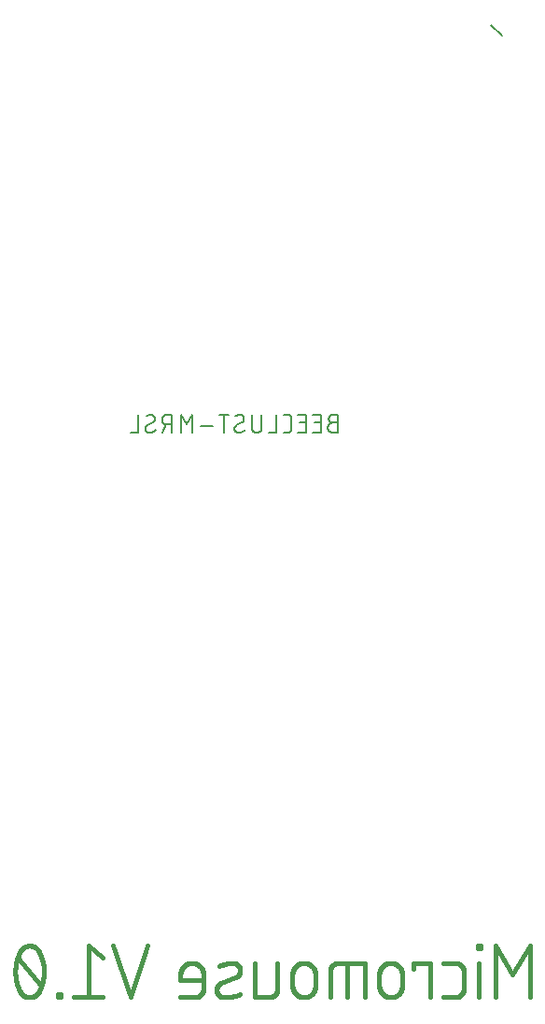
<source format=gbr>
G04 EAGLE Gerber RS-274X export*
G75*
%MOMM*%
%FSLAX34Y34*%
%LPD*%
%INSilkscreen Bottom*%
%IPPOS*%
%AMOC8*
5,1,8,0,0,1.08239X$1,22.5*%
G01*
%ADD10C,0.152400*%
%ADD11C,0.406400*%


D10*
X1030000Y1150000D02*
X1040000Y1140000D01*
D11*
X1064768Y315468D02*
X1064768Y268732D01*
X1049189Y289504D02*
X1064768Y315468D01*
X1049189Y289504D02*
X1033611Y315468D01*
X1033611Y268732D01*
X1018709Y268732D02*
X1018709Y299889D01*
X1020008Y312872D02*
X1020008Y315468D01*
X1017411Y315468D01*
X1017411Y312872D01*
X1020008Y312872D01*
X997187Y268732D02*
X986801Y268732D01*
X997187Y268732D02*
X997375Y268734D01*
X997563Y268741D01*
X997751Y268752D01*
X997939Y268768D01*
X998126Y268789D01*
X998312Y268814D01*
X998498Y268843D01*
X998683Y268877D01*
X998868Y268916D01*
X999051Y268958D01*
X999233Y269006D01*
X999414Y269057D01*
X999594Y269113D01*
X999772Y269174D01*
X999949Y269238D01*
X1000124Y269307D01*
X1000298Y269380D01*
X1000469Y269457D01*
X1000639Y269539D01*
X1000807Y269624D01*
X1000972Y269714D01*
X1001136Y269807D01*
X1001297Y269904D01*
X1001455Y270006D01*
X1001612Y270111D01*
X1001765Y270220D01*
X1001916Y270332D01*
X1002064Y270448D01*
X1002210Y270568D01*
X1002352Y270691D01*
X1002491Y270817D01*
X1002628Y270947D01*
X1002761Y271080D01*
X1002891Y271217D01*
X1003017Y271356D01*
X1003140Y271498D01*
X1003260Y271644D01*
X1003376Y271792D01*
X1003488Y271943D01*
X1003597Y272096D01*
X1003702Y272253D01*
X1003804Y272411D01*
X1003901Y272572D01*
X1003994Y272736D01*
X1004084Y272901D01*
X1004169Y273069D01*
X1004251Y273239D01*
X1004328Y273410D01*
X1004401Y273584D01*
X1004470Y273759D01*
X1004534Y273936D01*
X1004595Y274114D01*
X1004651Y274294D01*
X1004702Y274475D01*
X1004750Y274657D01*
X1004792Y274840D01*
X1004831Y275025D01*
X1004865Y275210D01*
X1004894Y275396D01*
X1004919Y275582D01*
X1004940Y275769D01*
X1004956Y275957D01*
X1004967Y276145D01*
X1004974Y276333D01*
X1004976Y276521D01*
X1004976Y292100D01*
X1004974Y292288D01*
X1004967Y292476D01*
X1004956Y292664D01*
X1004940Y292852D01*
X1004919Y293039D01*
X1004894Y293225D01*
X1004865Y293411D01*
X1004831Y293596D01*
X1004792Y293781D01*
X1004750Y293964D01*
X1004702Y294146D01*
X1004651Y294327D01*
X1004595Y294507D01*
X1004534Y294685D01*
X1004470Y294862D01*
X1004401Y295037D01*
X1004328Y295211D01*
X1004251Y295382D01*
X1004169Y295552D01*
X1004084Y295720D01*
X1003994Y295885D01*
X1003901Y296049D01*
X1003804Y296210D01*
X1003702Y296368D01*
X1003597Y296525D01*
X1003488Y296678D01*
X1003376Y296829D01*
X1003260Y296977D01*
X1003140Y297123D01*
X1003017Y297265D01*
X1002891Y297404D01*
X1002761Y297541D01*
X1002628Y297674D01*
X1002491Y297804D01*
X1002352Y297930D01*
X1002210Y298053D01*
X1002064Y298173D01*
X1001916Y298289D01*
X1001765Y298401D01*
X1001612Y298510D01*
X1001455Y298615D01*
X1001297Y298717D01*
X1001136Y298814D01*
X1000972Y298907D01*
X1000807Y298997D01*
X1000639Y299082D01*
X1000469Y299164D01*
X1000298Y299241D01*
X1000124Y299314D01*
X999949Y299383D01*
X999772Y299447D01*
X999594Y299508D01*
X999414Y299564D01*
X999233Y299615D01*
X999051Y299663D01*
X998868Y299705D01*
X998683Y299744D01*
X998498Y299778D01*
X998312Y299807D01*
X998126Y299832D01*
X997939Y299853D01*
X997751Y299869D01*
X997563Y299880D01*
X997375Y299887D01*
X997187Y299889D01*
X986801Y299889D01*
X974530Y299889D02*
X974530Y268732D01*
X974530Y299889D02*
X958952Y299889D01*
X958952Y294696D01*
X949085Y289504D02*
X949085Y279118D01*
X949085Y289504D02*
X949082Y289757D01*
X949073Y290010D01*
X949057Y290262D01*
X949036Y290514D01*
X949008Y290766D01*
X948974Y291016D01*
X948934Y291266D01*
X948889Y291515D01*
X948837Y291762D01*
X948779Y292008D01*
X948715Y292253D01*
X948645Y292496D01*
X948569Y292737D01*
X948487Y292977D01*
X948400Y293214D01*
X948306Y293449D01*
X948208Y293682D01*
X948103Y293912D01*
X947993Y294140D01*
X947877Y294365D01*
X947756Y294587D01*
X947630Y294806D01*
X947498Y295022D01*
X947361Y295235D01*
X947219Y295444D01*
X947072Y295650D01*
X946919Y295852D01*
X946762Y296050D01*
X946601Y296244D01*
X946434Y296435D01*
X946263Y296621D01*
X946088Y296803D01*
X945908Y296981D01*
X945723Y297154D01*
X945535Y297323D01*
X945343Y297487D01*
X945146Y297647D01*
X944946Y297801D01*
X944742Y297951D01*
X944535Y298095D01*
X944324Y298235D01*
X944109Y298369D01*
X943892Y298499D01*
X943671Y298622D01*
X943448Y298741D01*
X943222Y298854D01*
X942993Y298961D01*
X942761Y299063D01*
X942527Y299159D01*
X942291Y299249D01*
X942052Y299334D01*
X941812Y299412D01*
X941570Y299485D01*
X941326Y299552D01*
X941081Y299613D01*
X940834Y299668D01*
X940585Y299717D01*
X940336Y299760D01*
X940086Y299797D01*
X939835Y299828D01*
X939583Y299852D01*
X939331Y299871D01*
X939078Y299883D01*
X938825Y299889D01*
X938573Y299889D01*
X938320Y299883D01*
X938067Y299871D01*
X937815Y299852D01*
X937563Y299828D01*
X937312Y299797D01*
X937062Y299760D01*
X936813Y299717D01*
X936564Y299668D01*
X936317Y299613D01*
X936072Y299552D01*
X935828Y299485D01*
X935586Y299412D01*
X935346Y299334D01*
X935107Y299249D01*
X934871Y299159D01*
X934637Y299063D01*
X934405Y298961D01*
X934176Y298854D01*
X933950Y298741D01*
X933727Y298622D01*
X933506Y298499D01*
X933289Y298369D01*
X933074Y298235D01*
X932863Y298095D01*
X932656Y297951D01*
X932452Y297801D01*
X932252Y297647D01*
X932055Y297487D01*
X931863Y297323D01*
X931675Y297154D01*
X931490Y296981D01*
X931310Y296803D01*
X931135Y296621D01*
X930964Y296435D01*
X930797Y296244D01*
X930636Y296050D01*
X930479Y295852D01*
X930326Y295650D01*
X930179Y295444D01*
X930037Y295235D01*
X929900Y295022D01*
X929768Y294806D01*
X929642Y294587D01*
X929521Y294365D01*
X929405Y294140D01*
X929295Y293912D01*
X929190Y293682D01*
X929092Y293449D01*
X928998Y293214D01*
X928911Y292977D01*
X928829Y292737D01*
X928753Y292496D01*
X928683Y292253D01*
X928619Y292008D01*
X928561Y291762D01*
X928509Y291515D01*
X928464Y291266D01*
X928424Y291016D01*
X928390Y290766D01*
X928362Y290514D01*
X928341Y290262D01*
X928325Y290010D01*
X928316Y289757D01*
X928313Y289504D01*
X928314Y289504D02*
X928314Y279118D01*
X928313Y279118D02*
X928316Y278865D01*
X928325Y278612D01*
X928341Y278360D01*
X928362Y278108D01*
X928390Y277856D01*
X928424Y277606D01*
X928464Y277356D01*
X928509Y277107D01*
X928561Y276860D01*
X928619Y276614D01*
X928683Y276369D01*
X928753Y276126D01*
X928829Y275885D01*
X928911Y275645D01*
X928998Y275408D01*
X929092Y275173D01*
X929190Y274940D01*
X929295Y274710D01*
X929405Y274482D01*
X929521Y274257D01*
X929642Y274035D01*
X929768Y273816D01*
X929900Y273600D01*
X930037Y273387D01*
X930179Y273178D01*
X930326Y272972D01*
X930479Y272770D01*
X930636Y272572D01*
X930797Y272378D01*
X930964Y272187D01*
X931135Y272001D01*
X931310Y271819D01*
X931490Y271641D01*
X931675Y271468D01*
X931863Y271299D01*
X932055Y271135D01*
X932252Y270975D01*
X932452Y270821D01*
X932656Y270671D01*
X932863Y270527D01*
X933074Y270387D01*
X933289Y270253D01*
X933506Y270123D01*
X933727Y270000D01*
X933950Y269881D01*
X934176Y269768D01*
X934405Y269661D01*
X934637Y269559D01*
X934871Y269463D01*
X935107Y269373D01*
X935346Y269288D01*
X935586Y269210D01*
X935828Y269137D01*
X936072Y269070D01*
X936317Y269009D01*
X936564Y268954D01*
X936813Y268905D01*
X937062Y268862D01*
X937312Y268825D01*
X937563Y268794D01*
X937815Y268770D01*
X938067Y268751D01*
X938320Y268739D01*
X938573Y268733D01*
X938825Y268733D01*
X939078Y268739D01*
X939331Y268751D01*
X939583Y268770D01*
X939835Y268794D01*
X940086Y268825D01*
X940336Y268862D01*
X940585Y268905D01*
X940834Y268954D01*
X941081Y269009D01*
X941326Y269070D01*
X941570Y269137D01*
X941812Y269210D01*
X942052Y269288D01*
X942291Y269373D01*
X942527Y269463D01*
X942761Y269559D01*
X942993Y269661D01*
X943222Y269768D01*
X943448Y269881D01*
X943671Y270000D01*
X943892Y270123D01*
X944109Y270253D01*
X944324Y270387D01*
X944535Y270527D01*
X944742Y270671D01*
X944946Y270821D01*
X945146Y270975D01*
X945343Y271135D01*
X945535Y271299D01*
X945723Y271468D01*
X945908Y271641D01*
X946088Y271819D01*
X946263Y272001D01*
X946434Y272187D01*
X946601Y272378D01*
X946762Y272572D01*
X946919Y272770D01*
X947072Y272972D01*
X947219Y273178D01*
X947361Y273387D01*
X947498Y273600D01*
X947630Y273816D01*
X947756Y274035D01*
X947877Y274257D01*
X947993Y274482D01*
X948103Y274710D01*
X948208Y274940D01*
X948306Y275173D01*
X948400Y275408D01*
X948487Y275645D01*
X948569Y275885D01*
X948645Y276126D01*
X948715Y276369D01*
X948779Y276614D01*
X948837Y276860D01*
X948889Y277107D01*
X948934Y277356D01*
X948974Y277606D01*
X949008Y277856D01*
X949036Y278108D01*
X949057Y278360D01*
X949073Y278612D01*
X949082Y278865D01*
X949085Y279118D01*
X914908Y268732D02*
X914908Y299889D01*
X891540Y299889D01*
X891352Y299887D01*
X891164Y299880D01*
X890976Y299869D01*
X890788Y299853D01*
X890601Y299832D01*
X890415Y299807D01*
X890229Y299778D01*
X890044Y299744D01*
X889859Y299705D01*
X889676Y299663D01*
X889494Y299615D01*
X889313Y299564D01*
X889133Y299508D01*
X888955Y299447D01*
X888778Y299383D01*
X888603Y299314D01*
X888429Y299241D01*
X888258Y299164D01*
X888088Y299082D01*
X887920Y298997D01*
X887755Y298907D01*
X887591Y298814D01*
X887430Y298717D01*
X887272Y298615D01*
X887115Y298510D01*
X886962Y298401D01*
X886811Y298289D01*
X886663Y298173D01*
X886517Y298053D01*
X886375Y297930D01*
X886236Y297804D01*
X886099Y297674D01*
X885966Y297541D01*
X885836Y297404D01*
X885710Y297265D01*
X885587Y297123D01*
X885467Y296977D01*
X885351Y296829D01*
X885239Y296678D01*
X885130Y296525D01*
X885025Y296368D01*
X884923Y296210D01*
X884826Y296049D01*
X884733Y295885D01*
X884643Y295720D01*
X884558Y295552D01*
X884476Y295382D01*
X884399Y295211D01*
X884326Y295037D01*
X884257Y294862D01*
X884193Y294685D01*
X884132Y294507D01*
X884076Y294327D01*
X884025Y294146D01*
X883977Y293964D01*
X883935Y293781D01*
X883896Y293596D01*
X883862Y293411D01*
X883833Y293225D01*
X883808Y293039D01*
X883787Y292852D01*
X883771Y292664D01*
X883760Y292476D01*
X883753Y292288D01*
X883751Y292100D01*
X883751Y268732D01*
X899329Y268732D02*
X899329Y299889D01*
X870345Y289504D02*
X870345Y279118D01*
X870345Y289504D02*
X870342Y289757D01*
X870333Y290010D01*
X870317Y290262D01*
X870296Y290514D01*
X870268Y290766D01*
X870234Y291016D01*
X870194Y291266D01*
X870149Y291515D01*
X870097Y291762D01*
X870039Y292008D01*
X869975Y292253D01*
X869905Y292496D01*
X869829Y292737D01*
X869747Y292977D01*
X869660Y293214D01*
X869566Y293449D01*
X869468Y293682D01*
X869363Y293912D01*
X869253Y294140D01*
X869137Y294365D01*
X869016Y294587D01*
X868890Y294806D01*
X868758Y295022D01*
X868621Y295235D01*
X868479Y295444D01*
X868332Y295650D01*
X868179Y295852D01*
X868022Y296050D01*
X867861Y296244D01*
X867694Y296435D01*
X867523Y296621D01*
X867348Y296803D01*
X867168Y296981D01*
X866983Y297154D01*
X866795Y297323D01*
X866603Y297487D01*
X866406Y297647D01*
X866206Y297801D01*
X866002Y297951D01*
X865795Y298095D01*
X865584Y298235D01*
X865369Y298369D01*
X865152Y298499D01*
X864931Y298622D01*
X864708Y298741D01*
X864482Y298854D01*
X864253Y298961D01*
X864021Y299063D01*
X863787Y299159D01*
X863551Y299249D01*
X863312Y299334D01*
X863072Y299412D01*
X862830Y299485D01*
X862586Y299552D01*
X862341Y299613D01*
X862094Y299668D01*
X861845Y299717D01*
X861596Y299760D01*
X861346Y299797D01*
X861095Y299828D01*
X860843Y299852D01*
X860591Y299871D01*
X860338Y299883D01*
X860085Y299889D01*
X859833Y299889D01*
X859580Y299883D01*
X859327Y299871D01*
X859075Y299852D01*
X858823Y299828D01*
X858572Y299797D01*
X858322Y299760D01*
X858073Y299717D01*
X857824Y299668D01*
X857577Y299613D01*
X857332Y299552D01*
X857088Y299485D01*
X856846Y299412D01*
X856606Y299334D01*
X856367Y299249D01*
X856131Y299159D01*
X855897Y299063D01*
X855665Y298961D01*
X855436Y298854D01*
X855210Y298741D01*
X854987Y298622D01*
X854766Y298499D01*
X854549Y298369D01*
X854334Y298235D01*
X854123Y298095D01*
X853916Y297951D01*
X853712Y297801D01*
X853512Y297647D01*
X853315Y297487D01*
X853123Y297323D01*
X852935Y297154D01*
X852750Y296981D01*
X852570Y296803D01*
X852395Y296621D01*
X852224Y296435D01*
X852057Y296244D01*
X851896Y296050D01*
X851739Y295852D01*
X851586Y295650D01*
X851439Y295444D01*
X851297Y295235D01*
X851160Y295022D01*
X851028Y294806D01*
X850902Y294587D01*
X850781Y294365D01*
X850665Y294140D01*
X850555Y293912D01*
X850450Y293682D01*
X850352Y293449D01*
X850258Y293214D01*
X850171Y292977D01*
X850089Y292737D01*
X850013Y292496D01*
X849943Y292253D01*
X849879Y292008D01*
X849821Y291762D01*
X849769Y291515D01*
X849724Y291266D01*
X849684Y291016D01*
X849650Y290766D01*
X849622Y290514D01*
X849601Y290262D01*
X849585Y290010D01*
X849576Y289757D01*
X849573Y289504D01*
X849574Y289504D02*
X849574Y279118D01*
X849573Y279118D02*
X849576Y278865D01*
X849585Y278612D01*
X849601Y278360D01*
X849622Y278108D01*
X849650Y277856D01*
X849684Y277606D01*
X849724Y277356D01*
X849769Y277107D01*
X849821Y276860D01*
X849879Y276614D01*
X849943Y276369D01*
X850013Y276126D01*
X850089Y275885D01*
X850171Y275645D01*
X850258Y275408D01*
X850352Y275173D01*
X850450Y274940D01*
X850555Y274710D01*
X850665Y274482D01*
X850781Y274257D01*
X850902Y274035D01*
X851028Y273816D01*
X851160Y273600D01*
X851297Y273387D01*
X851439Y273178D01*
X851586Y272972D01*
X851739Y272770D01*
X851896Y272572D01*
X852057Y272378D01*
X852224Y272187D01*
X852395Y272001D01*
X852570Y271819D01*
X852750Y271641D01*
X852935Y271468D01*
X853123Y271299D01*
X853315Y271135D01*
X853512Y270975D01*
X853712Y270821D01*
X853916Y270671D01*
X854123Y270527D01*
X854334Y270387D01*
X854549Y270253D01*
X854766Y270123D01*
X854987Y270000D01*
X855210Y269881D01*
X855436Y269768D01*
X855665Y269661D01*
X855897Y269559D01*
X856131Y269463D01*
X856367Y269373D01*
X856606Y269288D01*
X856846Y269210D01*
X857088Y269137D01*
X857332Y269070D01*
X857577Y269009D01*
X857824Y268954D01*
X858073Y268905D01*
X858322Y268862D01*
X858572Y268825D01*
X858823Y268794D01*
X859075Y268770D01*
X859327Y268751D01*
X859580Y268739D01*
X859833Y268733D01*
X860085Y268733D01*
X860338Y268739D01*
X860591Y268751D01*
X860843Y268770D01*
X861095Y268794D01*
X861346Y268825D01*
X861596Y268862D01*
X861845Y268905D01*
X862094Y268954D01*
X862341Y269009D01*
X862586Y269070D01*
X862830Y269137D01*
X863072Y269210D01*
X863312Y269288D01*
X863551Y269373D01*
X863787Y269463D01*
X864021Y269559D01*
X864253Y269661D01*
X864482Y269768D01*
X864708Y269881D01*
X864931Y270000D01*
X865152Y270123D01*
X865369Y270253D01*
X865584Y270387D01*
X865795Y270527D01*
X866002Y270671D01*
X866206Y270821D01*
X866406Y270975D01*
X866603Y271135D01*
X866795Y271299D01*
X866983Y271468D01*
X867168Y271641D01*
X867348Y271819D01*
X867523Y272001D01*
X867694Y272187D01*
X867861Y272378D01*
X868022Y272572D01*
X868179Y272770D01*
X868332Y272972D01*
X868479Y273178D01*
X868621Y273387D01*
X868758Y273600D01*
X868890Y273816D01*
X869016Y274035D01*
X869137Y274257D01*
X869253Y274482D01*
X869363Y274710D01*
X869468Y274940D01*
X869566Y275173D01*
X869660Y275408D01*
X869747Y275645D01*
X869829Y275885D01*
X869905Y276126D01*
X869975Y276369D01*
X870039Y276614D01*
X870097Y276860D01*
X870149Y277107D01*
X870194Y277356D01*
X870234Y277606D01*
X870268Y277856D01*
X870296Y278108D01*
X870317Y278360D01*
X870333Y278612D01*
X870342Y278865D01*
X870345Y279118D01*
X836055Y276521D02*
X836055Y299889D01*
X836055Y276521D02*
X836053Y276333D01*
X836046Y276145D01*
X836035Y275957D01*
X836019Y275769D01*
X835998Y275582D01*
X835973Y275396D01*
X835944Y275210D01*
X835910Y275025D01*
X835871Y274840D01*
X835829Y274657D01*
X835781Y274475D01*
X835730Y274294D01*
X835674Y274114D01*
X835613Y273936D01*
X835549Y273759D01*
X835480Y273584D01*
X835407Y273410D01*
X835330Y273239D01*
X835248Y273069D01*
X835163Y272901D01*
X835073Y272736D01*
X834980Y272572D01*
X834883Y272411D01*
X834781Y272253D01*
X834676Y272096D01*
X834567Y271943D01*
X834455Y271792D01*
X834339Y271644D01*
X834219Y271498D01*
X834096Y271356D01*
X833970Y271217D01*
X833840Y271080D01*
X833707Y270947D01*
X833570Y270817D01*
X833431Y270691D01*
X833289Y270568D01*
X833143Y270448D01*
X832995Y270332D01*
X832844Y270220D01*
X832691Y270111D01*
X832534Y270006D01*
X832376Y269904D01*
X832215Y269807D01*
X832051Y269714D01*
X831886Y269624D01*
X831718Y269539D01*
X831548Y269457D01*
X831377Y269380D01*
X831203Y269307D01*
X831028Y269238D01*
X830851Y269174D01*
X830673Y269113D01*
X830493Y269057D01*
X830312Y269006D01*
X830130Y268958D01*
X829947Y268916D01*
X829762Y268877D01*
X829577Y268843D01*
X829391Y268814D01*
X829205Y268789D01*
X829018Y268768D01*
X828830Y268752D01*
X828642Y268741D01*
X828454Y268734D01*
X828266Y268732D01*
X815284Y268732D01*
X815284Y299889D01*
X797871Y286907D02*
X784888Y281714D01*
X797870Y286907D02*
X798022Y286970D01*
X798171Y287037D01*
X798320Y287107D01*
X798466Y287180D01*
X798611Y287257D01*
X798753Y287338D01*
X798894Y287422D01*
X799033Y287510D01*
X799169Y287600D01*
X799303Y287695D01*
X799435Y287792D01*
X799564Y287892D01*
X799691Y287996D01*
X799816Y288103D01*
X799938Y288213D01*
X800057Y288325D01*
X800173Y288441D01*
X800286Y288559D01*
X800397Y288680D01*
X800504Y288804D01*
X800609Y288930D01*
X800710Y289059D01*
X800808Y289190D01*
X800903Y289324D01*
X800995Y289459D01*
X801083Y289597D01*
X801168Y289738D01*
X801250Y289880D01*
X801328Y290024D01*
X801402Y290170D01*
X801473Y290318D01*
X801541Y290467D01*
X801604Y290618D01*
X801664Y290770D01*
X801721Y290924D01*
X801773Y291080D01*
X801822Y291236D01*
X801867Y291394D01*
X801908Y291552D01*
X801945Y291712D01*
X801978Y291873D01*
X802007Y292034D01*
X802033Y292196D01*
X802054Y292358D01*
X802072Y292521D01*
X802085Y292684D01*
X802095Y292848D01*
X802100Y293012D01*
X802102Y293176D01*
X802100Y293340D01*
X802093Y293503D01*
X802083Y293667D01*
X802068Y293830D01*
X802050Y293993D01*
X802028Y294155D01*
X802001Y294317D01*
X801971Y294478D01*
X801937Y294639D01*
X801899Y294798D01*
X801857Y294956D01*
X801812Y295114D01*
X801762Y295270D01*
X801709Y295425D01*
X801652Y295579D01*
X801591Y295731D01*
X801526Y295882D01*
X801458Y296031D01*
X801387Y296178D01*
X801311Y296324D01*
X801233Y296467D01*
X801150Y296609D01*
X801064Y296749D01*
X800975Y296886D01*
X800883Y297022D01*
X800787Y297155D01*
X800688Y297285D01*
X800586Y297414D01*
X800481Y297539D01*
X800373Y297662D01*
X800262Y297783D01*
X800148Y297901D01*
X800031Y298015D01*
X799911Y298127D01*
X799789Y298237D01*
X799664Y298343D01*
X799537Y298446D01*
X799407Y298545D01*
X799274Y298642D01*
X799140Y298736D01*
X799003Y298826D01*
X798864Y298912D01*
X798723Y298996D01*
X798580Y299076D01*
X798435Y299152D01*
X798288Y299225D01*
X798139Y299294D01*
X797989Y299360D01*
X797837Y299422D01*
X797684Y299480D01*
X797529Y299534D01*
X797374Y299585D01*
X797217Y299632D01*
X797058Y299675D01*
X796899Y299714D01*
X796739Y299749D01*
X796578Y299781D01*
X796417Y299808D01*
X796255Y299832D01*
X796092Y299851D01*
X795929Y299867D01*
X795765Y299878D01*
X795602Y299886D01*
X795438Y299890D01*
X795274Y299889D01*
X794565Y299870D01*
X793857Y299835D01*
X793150Y299782D01*
X792445Y299712D01*
X791741Y299626D01*
X791040Y299522D01*
X790341Y299402D01*
X789645Y299265D01*
X788953Y299111D01*
X788265Y298941D01*
X787581Y298754D01*
X786902Y298550D01*
X786228Y298331D01*
X785559Y298095D01*
X784896Y297843D01*
X784240Y297576D01*
X783590Y297293D01*
X784889Y281715D02*
X784737Y281652D01*
X784588Y281585D01*
X784439Y281515D01*
X784293Y281442D01*
X784148Y281365D01*
X784006Y281284D01*
X783865Y281200D01*
X783726Y281112D01*
X783590Y281022D01*
X783456Y280928D01*
X783324Y280830D01*
X783195Y280730D01*
X783068Y280626D01*
X782943Y280519D01*
X782822Y280409D01*
X782702Y280297D01*
X782586Y280181D01*
X782473Y280063D01*
X782362Y279942D01*
X782255Y279818D01*
X782150Y279692D01*
X782049Y279563D01*
X781951Y279432D01*
X781856Y279298D01*
X781764Y279163D01*
X781676Y279025D01*
X781591Y278884D01*
X781509Y278742D01*
X781431Y278598D01*
X781357Y278452D01*
X781286Y278305D01*
X781218Y278155D01*
X781155Y278004D01*
X781095Y277852D01*
X781038Y277698D01*
X780986Y277542D01*
X780937Y277386D01*
X780892Y277228D01*
X780851Y277070D01*
X780814Y276910D01*
X780781Y276749D01*
X780752Y276588D01*
X780726Y276426D01*
X780705Y276264D01*
X780687Y276101D01*
X780674Y275938D01*
X780664Y275774D01*
X780659Y275610D01*
X780657Y275446D01*
X780659Y275282D01*
X780666Y275119D01*
X780676Y274955D01*
X780691Y274792D01*
X780709Y274629D01*
X780731Y274467D01*
X780758Y274305D01*
X780788Y274144D01*
X780822Y273983D01*
X780860Y273824D01*
X780902Y273666D01*
X780947Y273508D01*
X780997Y273352D01*
X781050Y273197D01*
X781107Y273043D01*
X781168Y272891D01*
X781233Y272740D01*
X781301Y272591D01*
X781372Y272444D01*
X781448Y272298D01*
X781526Y272155D01*
X781609Y272013D01*
X781695Y271873D01*
X781784Y271736D01*
X781876Y271600D01*
X781972Y271467D01*
X782071Y271337D01*
X782173Y271208D01*
X782278Y271083D01*
X782386Y270960D01*
X782497Y270839D01*
X782611Y270721D01*
X782728Y270607D01*
X782848Y270495D01*
X782970Y270385D01*
X783095Y270279D01*
X783222Y270176D01*
X783352Y270077D01*
X783485Y269980D01*
X783619Y269886D01*
X783756Y269796D01*
X783895Y269710D01*
X784036Y269626D01*
X784179Y269546D01*
X784324Y269470D01*
X784471Y269397D01*
X784620Y269328D01*
X784770Y269262D01*
X784922Y269200D01*
X785075Y269142D01*
X785230Y269088D01*
X785385Y269037D01*
X785542Y268990D01*
X785701Y268947D01*
X785860Y268908D01*
X786020Y268873D01*
X786181Y268841D01*
X786342Y268814D01*
X786504Y268790D01*
X786667Y268771D01*
X786830Y268755D01*
X786994Y268744D01*
X787157Y268736D01*
X787321Y268732D01*
X787485Y268733D01*
X787485Y268732D02*
X788526Y268760D01*
X789566Y268811D01*
X790605Y268888D01*
X791641Y268989D01*
X792675Y269114D01*
X793706Y269264D01*
X794733Y269438D01*
X795755Y269637D01*
X796773Y269859D01*
X797785Y270106D01*
X798790Y270376D01*
X799789Y270670D01*
X800781Y270988D01*
X801765Y271329D01*
X760956Y268732D02*
X747974Y268732D01*
X760956Y268732D02*
X761144Y268734D01*
X761332Y268741D01*
X761520Y268752D01*
X761708Y268768D01*
X761895Y268789D01*
X762081Y268814D01*
X762267Y268843D01*
X762452Y268877D01*
X762637Y268916D01*
X762820Y268958D01*
X763002Y269006D01*
X763183Y269057D01*
X763363Y269113D01*
X763541Y269174D01*
X763718Y269238D01*
X763893Y269307D01*
X764067Y269380D01*
X764238Y269457D01*
X764408Y269539D01*
X764576Y269624D01*
X764741Y269714D01*
X764905Y269807D01*
X765066Y269904D01*
X765224Y270006D01*
X765381Y270111D01*
X765534Y270220D01*
X765685Y270332D01*
X765833Y270448D01*
X765979Y270568D01*
X766121Y270691D01*
X766260Y270817D01*
X766397Y270947D01*
X766530Y271080D01*
X766660Y271217D01*
X766786Y271356D01*
X766909Y271498D01*
X767029Y271644D01*
X767145Y271792D01*
X767257Y271943D01*
X767366Y272096D01*
X767471Y272253D01*
X767573Y272411D01*
X767670Y272572D01*
X767763Y272736D01*
X767853Y272901D01*
X767938Y273069D01*
X768020Y273239D01*
X768097Y273410D01*
X768170Y273584D01*
X768239Y273759D01*
X768303Y273936D01*
X768364Y274114D01*
X768420Y274294D01*
X768471Y274475D01*
X768519Y274657D01*
X768561Y274840D01*
X768600Y275025D01*
X768634Y275210D01*
X768663Y275396D01*
X768688Y275582D01*
X768709Y275769D01*
X768725Y275957D01*
X768736Y276145D01*
X768743Y276333D01*
X768745Y276521D01*
X768745Y289504D01*
X768746Y289504D02*
X768743Y289757D01*
X768734Y290010D01*
X768718Y290262D01*
X768697Y290514D01*
X768669Y290766D01*
X768635Y291016D01*
X768595Y291266D01*
X768550Y291515D01*
X768498Y291762D01*
X768440Y292008D01*
X768376Y292253D01*
X768306Y292496D01*
X768230Y292737D01*
X768148Y292977D01*
X768061Y293214D01*
X767967Y293449D01*
X767869Y293682D01*
X767764Y293912D01*
X767654Y294140D01*
X767538Y294365D01*
X767417Y294587D01*
X767291Y294806D01*
X767159Y295022D01*
X767022Y295235D01*
X766880Y295444D01*
X766733Y295650D01*
X766580Y295852D01*
X766423Y296050D01*
X766262Y296244D01*
X766095Y296435D01*
X765924Y296621D01*
X765749Y296803D01*
X765569Y296981D01*
X765384Y297154D01*
X765196Y297323D01*
X765004Y297487D01*
X764807Y297647D01*
X764607Y297801D01*
X764403Y297951D01*
X764196Y298095D01*
X763985Y298235D01*
X763770Y298369D01*
X763553Y298499D01*
X763332Y298622D01*
X763109Y298741D01*
X762883Y298854D01*
X762654Y298961D01*
X762422Y299063D01*
X762188Y299159D01*
X761952Y299249D01*
X761713Y299334D01*
X761473Y299412D01*
X761231Y299485D01*
X760987Y299552D01*
X760742Y299613D01*
X760495Y299668D01*
X760246Y299717D01*
X759997Y299760D01*
X759747Y299797D01*
X759496Y299828D01*
X759244Y299852D01*
X758992Y299871D01*
X758739Y299883D01*
X758486Y299889D01*
X758234Y299889D01*
X757981Y299883D01*
X757728Y299871D01*
X757476Y299852D01*
X757224Y299828D01*
X756973Y299797D01*
X756723Y299760D01*
X756474Y299717D01*
X756225Y299668D01*
X755978Y299613D01*
X755733Y299552D01*
X755489Y299485D01*
X755247Y299412D01*
X755007Y299334D01*
X754768Y299249D01*
X754532Y299159D01*
X754298Y299063D01*
X754066Y298961D01*
X753837Y298854D01*
X753611Y298741D01*
X753388Y298622D01*
X753167Y298499D01*
X752950Y298369D01*
X752735Y298235D01*
X752524Y298095D01*
X752317Y297951D01*
X752113Y297801D01*
X751913Y297647D01*
X751716Y297487D01*
X751524Y297323D01*
X751336Y297154D01*
X751151Y296981D01*
X750971Y296803D01*
X750796Y296621D01*
X750625Y296435D01*
X750458Y296244D01*
X750297Y296050D01*
X750140Y295852D01*
X749987Y295650D01*
X749840Y295444D01*
X749698Y295235D01*
X749561Y295022D01*
X749429Y294806D01*
X749303Y294587D01*
X749182Y294365D01*
X749066Y294140D01*
X748956Y293912D01*
X748851Y293682D01*
X748753Y293449D01*
X748659Y293214D01*
X748572Y292977D01*
X748490Y292737D01*
X748414Y292496D01*
X748344Y292253D01*
X748280Y292008D01*
X748222Y291762D01*
X748170Y291515D01*
X748125Y291266D01*
X748085Y291016D01*
X748051Y290766D01*
X748023Y290514D01*
X748002Y290262D01*
X747986Y290010D01*
X747977Y289757D01*
X747974Y289504D01*
X747974Y284311D01*
X768745Y284311D01*
X718058Y315468D02*
X702480Y268732D01*
X686901Y315468D01*
X677362Y305082D02*
X664380Y315468D01*
X664380Y268732D01*
X677362Y268732D02*
X651397Y268732D01*
X639008Y268732D02*
X639008Y271328D01*
X636411Y271328D01*
X636411Y268732D01*
X639008Y268732D01*
X624022Y292100D02*
X624011Y293019D01*
X623978Y293938D01*
X623923Y294856D01*
X623847Y295772D01*
X623748Y296686D01*
X623628Y297598D01*
X623485Y298506D01*
X623322Y299411D01*
X623136Y300312D01*
X622930Y301208D01*
X622702Y302098D01*
X622452Y302983D01*
X622182Y303862D01*
X621891Y304734D01*
X621579Y305599D01*
X621246Y306456D01*
X620893Y307305D01*
X620520Y308146D01*
X620127Y308977D01*
X620128Y308977D02*
X620049Y309197D01*
X619965Y309415D01*
X619876Y309631D01*
X619782Y309845D01*
X619683Y310056D01*
X619578Y310265D01*
X619468Y310472D01*
X619354Y310675D01*
X619234Y310876D01*
X619110Y311074D01*
X618981Y311268D01*
X618847Y311460D01*
X618708Y311648D01*
X618565Y311833D01*
X618418Y312014D01*
X618266Y312192D01*
X618110Y312366D01*
X617950Y312536D01*
X617785Y312702D01*
X617617Y312864D01*
X617445Y313022D01*
X617268Y313175D01*
X617089Y313325D01*
X616905Y313470D01*
X616719Y313610D01*
X616528Y313746D01*
X616335Y313877D01*
X616139Y314003D01*
X615939Y314125D01*
X615737Y314242D01*
X615531Y314353D01*
X615323Y314460D01*
X615113Y314562D01*
X614900Y314658D01*
X614685Y314750D01*
X614468Y314836D01*
X614249Y314916D01*
X614027Y314992D01*
X613804Y315062D01*
X613580Y315126D01*
X613354Y315185D01*
X613126Y315239D01*
X612898Y315287D01*
X612668Y315329D01*
X612437Y315366D01*
X612206Y315397D01*
X611973Y315423D01*
X611740Y315442D01*
X611507Y315457D01*
X611274Y315465D01*
X611040Y315468D01*
X610806Y315465D01*
X610573Y315457D01*
X610340Y315442D01*
X610107Y315423D01*
X609874Y315397D01*
X609643Y315366D01*
X609412Y315329D01*
X609182Y315287D01*
X608954Y315239D01*
X608726Y315185D01*
X608500Y315126D01*
X608276Y315062D01*
X608053Y314992D01*
X607831Y314916D01*
X607612Y314836D01*
X607395Y314750D01*
X607180Y314658D01*
X606967Y314562D01*
X606757Y314460D01*
X606549Y314353D01*
X606343Y314242D01*
X606141Y314125D01*
X605941Y314003D01*
X605745Y313877D01*
X605552Y313746D01*
X605361Y313610D01*
X605175Y313470D01*
X604991Y313325D01*
X604812Y313175D01*
X604635Y313022D01*
X604463Y312864D01*
X604295Y312702D01*
X604130Y312536D01*
X603970Y312366D01*
X603814Y312192D01*
X603662Y312014D01*
X603515Y311833D01*
X603372Y311648D01*
X603233Y311460D01*
X603099Y311268D01*
X602970Y311074D01*
X602846Y310876D01*
X602726Y310675D01*
X602612Y310472D01*
X602502Y310265D01*
X602397Y310056D01*
X602298Y309845D01*
X602204Y309631D01*
X602115Y309415D01*
X602031Y309197D01*
X601952Y308977D01*
X601559Y308146D01*
X601186Y307305D01*
X600833Y306456D01*
X600500Y305599D01*
X600188Y304734D01*
X599897Y303862D01*
X599627Y302983D01*
X599377Y302098D01*
X599149Y301208D01*
X598943Y300312D01*
X598757Y299411D01*
X598594Y298506D01*
X598451Y297598D01*
X598331Y296686D01*
X598232Y295772D01*
X598156Y294856D01*
X598101Y293938D01*
X598068Y293019D01*
X598057Y292100D01*
X624022Y292100D02*
X624011Y291181D01*
X623978Y290262D01*
X623923Y289344D01*
X623847Y288428D01*
X623748Y287514D01*
X623628Y286602D01*
X623485Y285694D01*
X623322Y284789D01*
X623136Y283888D01*
X622930Y282992D01*
X622702Y282102D01*
X622452Y281217D01*
X622182Y280338D01*
X621891Y279466D01*
X621579Y278601D01*
X621246Y277744D01*
X620893Y276895D01*
X620520Y276054D01*
X620127Y275223D01*
X620128Y275223D02*
X620049Y275003D01*
X619965Y274785D01*
X619876Y274569D01*
X619782Y274355D01*
X619683Y274144D01*
X619578Y273935D01*
X619468Y273728D01*
X619354Y273525D01*
X619234Y273324D01*
X619110Y273126D01*
X618981Y272931D01*
X618847Y272740D01*
X618708Y272552D01*
X618565Y272367D01*
X618418Y272186D01*
X618266Y272008D01*
X618110Y271834D01*
X617950Y271664D01*
X617785Y271498D01*
X617617Y271336D01*
X617445Y271178D01*
X617268Y271025D01*
X617089Y270875D01*
X616905Y270730D01*
X616719Y270590D01*
X616528Y270454D01*
X616335Y270323D01*
X616139Y270197D01*
X615939Y270075D01*
X615737Y269958D01*
X615531Y269847D01*
X615323Y269740D01*
X615113Y269638D01*
X614900Y269542D01*
X614685Y269450D01*
X614468Y269364D01*
X614249Y269284D01*
X614027Y269208D01*
X613804Y269138D01*
X613580Y269074D01*
X613354Y269015D01*
X613126Y268961D01*
X612898Y268913D01*
X612668Y268871D01*
X612437Y268834D01*
X612206Y268803D01*
X611973Y268777D01*
X611740Y268758D01*
X611507Y268743D01*
X611274Y268735D01*
X611040Y268732D01*
X601952Y275223D02*
X601559Y276054D01*
X601186Y276895D01*
X600833Y277744D01*
X600500Y278601D01*
X600188Y279466D01*
X599897Y280338D01*
X599627Y281217D01*
X599377Y282102D01*
X599149Y282992D01*
X598943Y283888D01*
X598757Y284789D01*
X598594Y285694D01*
X598451Y286602D01*
X598331Y287514D01*
X598232Y288428D01*
X598156Y289344D01*
X598101Y290262D01*
X598068Y291181D01*
X598057Y292100D01*
X601952Y275223D02*
X602031Y275003D01*
X602115Y274785D01*
X602204Y274569D01*
X602298Y274355D01*
X602397Y274144D01*
X602502Y273935D01*
X602612Y273728D01*
X602726Y273525D01*
X602846Y273324D01*
X602970Y273126D01*
X603099Y272931D01*
X603233Y272740D01*
X603372Y272552D01*
X603515Y272367D01*
X603662Y272186D01*
X603814Y272008D01*
X603970Y271834D01*
X604130Y271664D01*
X604295Y271498D01*
X604463Y271336D01*
X604635Y271178D01*
X604812Y271025D01*
X604991Y270875D01*
X605175Y270730D01*
X605361Y270590D01*
X605552Y270454D01*
X605745Y270323D01*
X605941Y270197D01*
X606141Y270075D01*
X606343Y269958D01*
X606549Y269847D01*
X606757Y269740D01*
X606967Y269638D01*
X607180Y269542D01*
X607395Y269450D01*
X607612Y269364D01*
X607831Y269284D01*
X608053Y269208D01*
X608276Y269138D01*
X608500Y269074D01*
X608726Y269015D01*
X608954Y268961D01*
X609182Y268913D01*
X609412Y268871D01*
X609643Y268834D01*
X609874Y268803D01*
X610107Y268777D01*
X610340Y268758D01*
X610573Y268743D01*
X610806Y268735D01*
X611040Y268732D01*
X621425Y279118D02*
X600654Y305082D01*
D10*
X886262Y789573D02*
X890778Y789573D01*
X886262Y789574D02*
X886129Y789572D01*
X885997Y789566D01*
X885865Y789556D01*
X885733Y789543D01*
X885601Y789525D01*
X885471Y789504D01*
X885340Y789479D01*
X885211Y789450D01*
X885083Y789417D01*
X884955Y789381D01*
X884829Y789341D01*
X884704Y789297D01*
X884580Y789249D01*
X884458Y789198D01*
X884337Y789143D01*
X884218Y789085D01*
X884100Y789023D01*
X883985Y788958D01*
X883871Y788889D01*
X883760Y788818D01*
X883651Y788742D01*
X883544Y788664D01*
X883439Y788583D01*
X883337Y788498D01*
X883237Y788411D01*
X883140Y788321D01*
X883045Y788228D01*
X882954Y788132D01*
X882865Y788034D01*
X882779Y787933D01*
X882696Y787829D01*
X882616Y787723D01*
X882540Y787615D01*
X882466Y787505D01*
X882396Y787392D01*
X882329Y787278D01*
X882266Y787161D01*
X882206Y787043D01*
X882149Y786923D01*
X882096Y786801D01*
X882047Y786678D01*
X882001Y786554D01*
X881959Y786428D01*
X881921Y786301D01*
X881886Y786173D01*
X881855Y786044D01*
X881828Y785915D01*
X881805Y785784D01*
X881785Y785653D01*
X881770Y785521D01*
X881758Y785389D01*
X881750Y785257D01*
X881746Y785124D01*
X881746Y784992D01*
X881750Y784859D01*
X881758Y784727D01*
X881770Y784595D01*
X881785Y784463D01*
X881805Y784332D01*
X881828Y784201D01*
X881855Y784072D01*
X881886Y783943D01*
X881921Y783815D01*
X881959Y783688D01*
X882001Y783562D01*
X882047Y783438D01*
X882096Y783315D01*
X882149Y783193D01*
X882206Y783073D01*
X882266Y782955D01*
X882329Y782838D01*
X882396Y782724D01*
X882466Y782611D01*
X882540Y782501D01*
X882616Y782393D01*
X882696Y782287D01*
X882779Y782183D01*
X882865Y782082D01*
X882954Y781984D01*
X883045Y781888D01*
X883140Y781795D01*
X883237Y781705D01*
X883337Y781618D01*
X883439Y781533D01*
X883544Y781452D01*
X883651Y781374D01*
X883760Y781298D01*
X883871Y781227D01*
X883985Y781158D01*
X884100Y781093D01*
X884218Y781031D01*
X884337Y780973D01*
X884458Y780918D01*
X884580Y780867D01*
X884704Y780819D01*
X884829Y780775D01*
X884955Y780735D01*
X885083Y780699D01*
X885211Y780666D01*
X885340Y780637D01*
X885471Y780612D01*
X885601Y780591D01*
X885733Y780573D01*
X885865Y780560D01*
X885997Y780550D01*
X886129Y780544D01*
X886262Y780542D01*
X890778Y780542D01*
X890778Y796798D01*
X886262Y796798D01*
X886143Y796796D01*
X886023Y796790D01*
X885904Y796780D01*
X885786Y796766D01*
X885667Y796749D01*
X885550Y796727D01*
X885433Y796702D01*
X885318Y796672D01*
X885203Y796639D01*
X885089Y796602D01*
X884977Y796562D01*
X884866Y796517D01*
X884757Y796469D01*
X884649Y796418D01*
X884543Y796363D01*
X884439Y796304D01*
X884337Y796242D01*
X884237Y796177D01*
X884139Y796108D01*
X884043Y796036D01*
X883950Y795961D01*
X883860Y795884D01*
X883772Y795803D01*
X883687Y795719D01*
X883605Y795632D01*
X883525Y795543D01*
X883449Y795451D01*
X883375Y795357D01*
X883305Y795260D01*
X883238Y795162D01*
X883174Y795061D01*
X883114Y794957D01*
X883057Y794852D01*
X883004Y794745D01*
X882954Y794637D01*
X882908Y794527D01*
X882866Y794415D01*
X882827Y794302D01*
X882792Y794188D01*
X882761Y794073D01*
X882733Y793956D01*
X882710Y793839D01*
X882690Y793722D01*
X882674Y793603D01*
X882662Y793484D01*
X882654Y793365D01*
X882650Y793246D01*
X882650Y793126D01*
X882654Y793007D01*
X882662Y792888D01*
X882674Y792769D01*
X882690Y792650D01*
X882710Y792533D01*
X882733Y792416D01*
X882761Y792299D01*
X882792Y792184D01*
X882827Y792070D01*
X882866Y791957D01*
X882908Y791845D01*
X882954Y791735D01*
X883004Y791627D01*
X883057Y791520D01*
X883114Y791415D01*
X883174Y791311D01*
X883238Y791210D01*
X883305Y791112D01*
X883375Y791015D01*
X883449Y790921D01*
X883525Y790829D01*
X883605Y790740D01*
X883687Y790653D01*
X883772Y790569D01*
X883860Y790488D01*
X883950Y790411D01*
X884043Y790336D01*
X884139Y790264D01*
X884237Y790195D01*
X884337Y790130D01*
X884439Y790068D01*
X884543Y790009D01*
X884649Y789954D01*
X884757Y789903D01*
X884866Y789855D01*
X884977Y789810D01*
X885089Y789770D01*
X885203Y789733D01*
X885318Y789700D01*
X885433Y789670D01*
X885550Y789645D01*
X885667Y789623D01*
X885786Y789606D01*
X885904Y789592D01*
X886023Y789582D01*
X886143Y789576D01*
X886262Y789574D01*
X875328Y780542D02*
X868103Y780542D01*
X875328Y780542D02*
X875328Y796798D01*
X868103Y796798D01*
X869909Y789573D02*
X875328Y789573D01*
X861781Y780542D02*
X854556Y780542D01*
X861781Y780542D02*
X861781Y796798D01*
X854556Y796798D01*
X856362Y789573D02*
X861781Y789573D01*
X845212Y780542D02*
X841599Y780542D01*
X845212Y780542D02*
X845330Y780544D01*
X845448Y780550D01*
X845566Y780559D01*
X845683Y780573D01*
X845800Y780590D01*
X845917Y780611D01*
X846032Y780636D01*
X846147Y780665D01*
X846261Y780698D01*
X846373Y780734D01*
X846484Y780774D01*
X846594Y780817D01*
X846703Y780864D01*
X846810Y780914D01*
X846915Y780969D01*
X847018Y781026D01*
X847119Y781087D01*
X847219Y781151D01*
X847316Y781218D01*
X847411Y781288D01*
X847503Y781362D01*
X847594Y781438D01*
X847681Y781518D01*
X847766Y781600D01*
X847848Y781685D01*
X847928Y781772D01*
X848004Y781863D01*
X848078Y781955D01*
X848148Y782050D01*
X848215Y782147D01*
X848279Y782247D01*
X848340Y782348D01*
X848397Y782451D01*
X848452Y782556D01*
X848502Y782663D01*
X848549Y782772D01*
X848592Y782882D01*
X848632Y782993D01*
X848668Y783105D01*
X848701Y783219D01*
X848730Y783334D01*
X848755Y783449D01*
X848776Y783566D01*
X848793Y783683D01*
X848807Y783800D01*
X848816Y783918D01*
X848822Y784036D01*
X848824Y784154D01*
X848824Y793186D01*
X848822Y793304D01*
X848816Y793422D01*
X848807Y793540D01*
X848793Y793657D01*
X848776Y793774D01*
X848755Y793891D01*
X848730Y794006D01*
X848701Y794121D01*
X848668Y794235D01*
X848632Y794347D01*
X848592Y794458D01*
X848549Y794568D01*
X848502Y794677D01*
X848452Y794784D01*
X848397Y794889D01*
X848340Y794992D01*
X848279Y795093D01*
X848215Y795193D01*
X848148Y795290D01*
X848078Y795385D01*
X848004Y795477D01*
X847928Y795568D01*
X847848Y795655D01*
X847766Y795740D01*
X847681Y795822D01*
X847594Y795902D01*
X847503Y795978D01*
X847411Y796052D01*
X847316Y796122D01*
X847219Y796189D01*
X847119Y796253D01*
X847018Y796314D01*
X846915Y796371D01*
X846810Y796426D01*
X846703Y796476D01*
X846594Y796523D01*
X846484Y796566D01*
X846373Y796606D01*
X846261Y796642D01*
X846147Y796675D01*
X846032Y796704D01*
X845917Y796729D01*
X845800Y796750D01*
X845683Y796767D01*
X845566Y796781D01*
X845448Y796790D01*
X845330Y796796D01*
X845212Y796798D01*
X841599Y796798D01*
X835208Y796798D02*
X835208Y780542D01*
X827983Y780542D01*
X821691Y785058D02*
X821691Y796798D01*
X821691Y785058D02*
X821689Y784925D01*
X821683Y784793D01*
X821673Y784661D01*
X821660Y784529D01*
X821642Y784397D01*
X821621Y784267D01*
X821596Y784136D01*
X821567Y784007D01*
X821534Y783879D01*
X821498Y783751D01*
X821458Y783625D01*
X821414Y783500D01*
X821366Y783376D01*
X821315Y783254D01*
X821260Y783133D01*
X821202Y783014D01*
X821140Y782896D01*
X821075Y782781D01*
X821006Y782667D01*
X820935Y782556D01*
X820859Y782447D01*
X820781Y782340D01*
X820700Y782235D01*
X820615Y782133D01*
X820528Y782033D01*
X820438Y781936D01*
X820345Y781841D01*
X820249Y781750D01*
X820151Y781661D01*
X820050Y781575D01*
X819946Y781492D01*
X819840Y781412D01*
X819732Y781336D01*
X819622Y781262D01*
X819509Y781192D01*
X819395Y781125D01*
X819278Y781062D01*
X819160Y781002D01*
X819040Y780945D01*
X818918Y780892D01*
X818795Y780843D01*
X818671Y780797D01*
X818545Y780755D01*
X818418Y780717D01*
X818290Y780682D01*
X818161Y780651D01*
X818032Y780624D01*
X817901Y780601D01*
X817770Y780581D01*
X817638Y780566D01*
X817506Y780554D01*
X817374Y780546D01*
X817241Y780542D01*
X817109Y780542D01*
X816976Y780546D01*
X816844Y780554D01*
X816712Y780566D01*
X816580Y780581D01*
X816449Y780601D01*
X816318Y780624D01*
X816189Y780651D01*
X816060Y780682D01*
X815932Y780717D01*
X815805Y780755D01*
X815679Y780797D01*
X815555Y780843D01*
X815432Y780892D01*
X815310Y780945D01*
X815190Y781002D01*
X815072Y781062D01*
X814955Y781125D01*
X814841Y781192D01*
X814728Y781262D01*
X814618Y781336D01*
X814510Y781412D01*
X814404Y781492D01*
X814300Y781575D01*
X814199Y781661D01*
X814101Y781750D01*
X814005Y781841D01*
X813912Y781936D01*
X813822Y782033D01*
X813735Y782133D01*
X813650Y782235D01*
X813569Y782340D01*
X813491Y782447D01*
X813415Y782556D01*
X813344Y782667D01*
X813275Y782781D01*
X813210Y782896D01*
X813148Y783014D01*
X813090Y783133D01*
X813035Y783254D01*
X812984Y783376D01*
X812936Y783500D01*
X812892Y783625D01*
X812852Y783751D01*
X812816Y783879D01*
X812783Y784007D01*
X812754Y784136D01*
X812729Y784267D01*
X812708Y784397D01*
X812690Y784529D01*
X812677Y784661D01*
X812667Y784793D01*
X812661Y784925D01*
X812659Y785058D01*
X812659Y796798D01*
X797029Y784154D02*
X797031Y784036D01*
X797037Y783918D01*
X797046Y783800D01*
X797060Y783683D01*
X797077Y783566D01*
X797098Y783449D01*
X797123Y783334D01*
X797152Y783219D01*
X797185Y783105D01*
X797221Y782993D01*
X797261Y782882D01*
X797304Y782772D01*
X797351Y782663D01*
X797401Y782556D01*
X797456Y782451D01*
X797513Y782348D01*
X797574Y782247D01*
X797638Y782147D01*
X797705Y782050D01*
X797775Y781955D01*
X797849Y781863D01*
X797925Y781772D01*
X798005Y781685D01*
X798087Y781600D01*
X798172Y781518D01*
X798259Y781438D01*
X798350Y781362D01*
X798442Y781288D01*
X798537Y781218D01*
X798634Y781151D01*
X798734Y781087D01*
X798835Y781026D01*
X798938Y780969D01*
X799043Y780914D01*
X799150Y780864D01*
X799259Y780817D01*
X799369Y780774D01*
X799480Y780734D01*
X799592Y780698D01*
X799706Y780665D01*
X799821Y780636D01*
X799936Y780611D01*
X800053Y780590D01*
X800170Y780573D01*
X800287Y780559D01*
X800405Y780550D01*
X800523Y780544D01*
X800641Y780542D01*
X800824Y780544D01*
X801006Y780551D01*
X801188Y780562D01*
X801370Y780577D01*
X801552Y780597D01*
X801733Y780621D01*
X801913Y780649D01*
X802093Y780681D01*
X802272Y780718D01*
X802449Y780759D01*
X802626Y780805D01*
X802802Y780854D01*
X802977Y780908D01*
X803150Y780966D01*
X803321Y781028D01*
X803492Y781094D01*
X803660Y781165D01*
X803827Y781239D01*
X803992Y781317D01*
X804155Y781399D01*
X804316Y781485D01*
X804475Y781575D01*
X804632Y781669D01*
X804786Y781766D01*
X804938Y781867D01*
X805088Y781972D01*
X805235Y782080D01*
X805379Y782191D01*
X805521Y782306D01*
X805660Y782425D01*
X805796Y782547D01*
X805929Y782672D01*
X806059Y782800D01*
X805607Y793186D02*
X805605Y793304D01*
X805599Y793422D01*
X805590Y793540D01*
X805576Y793657D01*
X805559Y793774D01*
X805538Y793891D01*
X805513Y794006D01*
X805484Y794121D01*
X805451Y794235D01*
X805415Y794347D01*
X805375Y794458D01*
X805332Y794568D01*
X805285Y794677D01*
X805235Y794784D01*
X805180Y794889D01*
X805123Y794992D01*
X805062Y795093D01*
X804998Y795193D01*
X804931Y795290D01*
X804861Y795385D01*
X804787Y795477D01*
X804711Y795568D01*
X804631Y795655D01*
X804549Y795740D01*
X804464Y795822D01*
X804377Y795902D01*
X804286Y795978D01*
X804194Y796052D01*
X804099Y796122D01*
X804002Y796189D01*
X803902Y796253D01*
X803801Y796314D01*
X803698Y796371D01*
X803593Y796426D01*
X803486Y796476D01*
X803377Y796523D01*
X803267Y796566D01*
X803156Y796606D01*
X803044Y796642D01*
X802930Y796675D01*
X802815Y796704D01*
X802700Y796729D01*
X802583Y796750D01*
X802466Y796767D01*
X802349Y796781D01*
X802231Y796790D01*
X802113Y796796D01*
X801995Y796798D01*
X801834Y796796D01*
X801672Y796790D01*
X801511Y796781D01*
X801350Y796767D01*
X801190Y796750D01*
X801030Y796729D01*
X800870Y796704D01*
X800711Y796675D01*
X800553Y796643D01*
X800396Y796607D01*
X800240Y796567D01*
X800084Y796523D01*
X799930Y796475D01*
X799777Y796424D01*
X799625Y796370D01*
X799474Y796311D01*
X799325Y796250D01*
X799178Y796184D01*
X799032Y796115D01*
X798887Y796043D01*
X798745Y795967D01*
X798604Y795888D01*
X798465Y795806D01*
X798329Y795720D01*
X798194Y795631D01*
X798061Y795539D01*
X797931Y795443D01*
X803802Y790025D02*
X803903Y790087D01*
X804003Y790152D01*
X804100Y790221D01*
X804195Y790293D01*
X804288Y790367D01*
X804378Y790445D01*
X804466Y790526D01*
X804551Y790609D01*
X804633Y790695D01*
X804712Y790784D01*
X804789Y790875D01*
X804862Y790969D01*
X804933Y791065D01*
X805000Y791163D01*
X805064Y791263D01*
X805125Y791366D01*
X805182Y791470D01*
X805236Y791576D01*
X805286Y791684D01*
X805333Y791793D01*
X805377Y791904D01*
X805417Y792016D01*
X805453Y792130D01*
X805485Y792244D01*
X805514Y792360D01*
X805539Y792476D01*
X805560Y792593D01*
X805577Y792711D01*
X805591Y792829D01*
X805600Y792948D01*
X805606Y793067D01*
X805608Y793186D01*
X798834Y787315D02*
X798733Y787253D01*
X798633Y787188D01*
X798536Y787119D01*
X798441Y787047D01*
X798348Y786973D01*
X798258Y786895D01*
X798170Y786814D01*
X798085Y786731D01*
X798003Y786645D01*
X797924Y786556D01*
X797847Y786465D01*
X797774Y786371D01*
X797703Y786275D01*
X797636Y786177D01*
X797572Y786077D01*
X797511Y785974D01*
X797454Y785870D01*
X797400Y785764D01*
X797350Y785656D01*
X797303Y785547D01*
X797259Y785436D01*
X797219Y785324D01*
X797183Y785210D01*
X797151Y785096D01*
X797122Y784980D01*
X797097Y784864D01*
X797076Y784747D01*
X797059Y784629D01*
X797045Y784511D01*
X797036Y784392D01*
X797030Y784273D01*
X797028Y784154D01*
X798834Y787315D02*
X803802Y790025D01*
X787476Y796798D02*
X787476Y780542D01*
X791991Y796798D02*
X782960Y796798D01*
X777263Y786864D02*
X766426Y786864D01*
X759027Y780542D02*
X759027Y796798D01*
X753608Y787767D01*
X748189Y796798D01*
X748189Y780542D01*
X740317Y780542D02*
X740317Y796798D01*
X735801Y796798D01*
X735668Y796796D01*
X735536Y796790D01*
X735404Y796780D01*
X735272Y796767D01*
X735140Y796749D01*
X735010Y796728D01*
X734879Y796703D01*
X734750Y796674D01*
X734622Y796641D01*
X734494Y796605D01*
X734368Y796565D01*
X734243Y796521D01*
X734119Y796473D01*
X733997Y796422D01*
X733876Y796367D01*
X733757Y796309D01*
X733639Y796247D01*
X733524Y796182D01*
X733410Y796113D01*
X733299Y796042D01*
X733190Y795966D01*
X733083Y795888D01*
X732978Y795807D01*
X732876Y795722D01*
X732776Y795635D01*
X732679Y795545D01*
X732584Y795452D01*
X732493Y795356D01*
X732404Y795258D01*
X732318Y795157D01*
X732235Y795053D01*
X732155Y794947D01*
X732079Y794839D01*
X732005Y794729D01*
X731935Y794616D01*
X731868Y794502D01*
X731805Y794385D01*
X731745Y794267D01*
X731688Y794147D01*
X731635Y794025D01*
X731586Y793902D01*
X731540Y793778D01*
X731498Y793652D01*
X731460Y793525D01*
X731425Y793397D01*
X731394Y793268D01*
X731367Y793139D01*
X731344Y793008D01*
X731324Y792877D01*
X731309Y792745D01*
X731297Y792613D01*
X731289Y792481D01*
X731285Y792348D01*
X731285Y792216D01*
X731289Y792083D01*
X731297Y791951D01*
X731309Y791819D01*
X731324Y791687D01*
X731344Y791556D01*
X731367Y791425D01*
X731394Y791296D01*
X731425Y791167D01*
X731460Y791039D01*
X731498Y790912D01*
X731540Y790786D01*
X731586Y790662D01*
X731635Y790539D01*
X731688Y790417D01*
X731745Y790297D01*
X731805Y790179D01*
X731868Y790062D01*
X731935Y789948D01*
X732005Y789835D01*
X732079Y789725D01*
X732155Y789617D01*
X732235Y789511D01*
X732318Y789407D01*
X732404Y789306D01*
X732493Y789208D01*
X732584Y789112D01*
X732679Y789019D01*
X732776Y788929D01*
X732876Y788842D01*
X732978Y788757D01*
X733083Y788676D01*
X733190Y788598D01*
X733299Y788522D01*
X733410Y788451D01*
X733524Y788382D01*
X733639Y788317D01*
X733757Y788255D01*
X733876Y788197D01*
X733997Y788142D01*
X734119Y788091D01*
X734243Y788043D01*
X734368Y787999D01*
X734494Y787959D01*
X734622Y787923D01*
X734750Y787890D01*
X734879Y787861D01*
X735010Y787836D01*
X735140Y787815D01*
X735272Y787797D01*
X735404Y787784D01*
X735536Y787774D01*
X735668Y787768D01*
X735801Y787766D01*
X735801Y787767D02*
X740317Y787767D01*
X734898Y787767D02*
X731285Y780542D01*
X719879Y780542D02*
X719761Y780544D01*
X719643Y780550D01*
X719525Y780559D01*
X719408Y780573D01*
X719291Y780590D01*
X719174Y780611D01*
X719059Y780636D01*
X718944Y780665D01*
X718830Y780698D01*
X718718Y780734D01*
X718607Y780774D01*
X718497Y780817D01*
X718388Y780864D01*
X718281Y780914D01*
X718176Y780969D01*
X718073Y781026D01*
X717972Y781087D01*
X717872Y781151D01*
X717775Y781218D01*
X717680Y781288D01*
X717588Y781362D01*
X717497Y781438D01*
X717410Y781518D01*
X717325Y781600D01*
X717243Y781685D01*
X717163Y781772D01*
X717087Y781863D01*
X717013Y781955D01*
X716943Y782050D01*
X716876Y782147D01*
X716812Y782247D01*
X716751Y782348D01*
X716694Y782451D01*
X716639Y782556D01*
X716589Y782663D01*
X716542Y782772D01*
X716499Y782882D01*
X716459Y782993D01*
X716423Y783105D01*
X716390Y783219D01*
X716361Y783334D01*
X716336Y783449D01*
X716315Y783566D01*
X716298Y783683D01*
X716284Y783800D01*
X716275Y783918D01*
X716269Y784036D01*
X716267Y784154D01*
X719879Y780542D02*
X720062Y780544D01*
X720244Y780551D01*
X720426Y780562D01*
X720608Y780577D01*
X720790Y780597D01*
X720971Y780621D01*
X721151Y780649D01*
X721331Y780681D01*
X721510Y780718D01*
X721687Y780759D01*
X721864Y780805D01*
X722040Y780854D01*
X722215Y780908D01*
X722388Y780966D01*
X722559Y781028D01*
X722730Y781094D01*
X722898Y781165D01*
X723065Y781239D01*
X723230Y781317D01*
X723393Y781399D01*
X723554Y781485D01*
X723713Y781575D01*
X723870Y781669D01*
X724024Y781766D01*
X724176Y781867D01*
X724326Y781972D01*
X724473Y782080D01*
X724617Y782191D01*
X724759Y782306D01*
X724898Y782425D01*
X725034Y782547D01*
X725167Y782672D01*
X725297Y782800D01*
X724846Y793186D02*
X724844Y793304D01*
X724838Y793422D01*
X724829Y793540D01*
X724815Y793657D01*
X724798Y793774D01*
X724777Y793891D01*
X724752Y794006D01*
X724723Y794121D01*
X724690Y794235D01*
X724654Y794347D01*
X724614Y794458D01*
X724571Y794568D01*
X724524Y794677D01*
X724474Y794784D01*
X724419Y794889D01*
X724362Y794992D01*
X724301Y795093D01*
X724237Y795193D01*
X724170Y795290D01*
X724100Y795385D01*
X724026Y795477D01*
X723950Y795568D01*
X723870Y795655D01*
X723788Y795740D01*
X723703Y795822D01*
X723616Y795902D01*
X723525Y795978D01*
X723433Y796052D01*
X723338Y796122D01*
X723241Y796189D01*
X723141Y796253D01*
X723040Y796314D01*
X722937Y796371D01*
X722832Y796426D01*
X722725Y796476D01*
X722616Y796523D01*
X722506Y796566D01*
X722395Y796606D01*
X722283Y796642D01*
X722169Y796675D01*
X722054Y796704D01*
X721939Y796729D01*
X721822Y796750D01*
X721705Y796767D01*
X721588Y796781D01*
X721470Y796790D01*
X721352Y796796D01*
X721234Y796798D01*
X721073Y796796D01*
X720911Y796790D01*
X720750Y796781D01*
X720589Y796767D01*
X720429Y796750D01*
X720269Y796729D01*
X720109Y796704D01*
X719950Y796675D01*
X719792Y796643D01*
X719635Y796607D01*
X719479Y796567D01*
X719323Y796523D01*
X719169Y796475D01*
X719016Y796424D01*
X718864Y796370D01*
X718713Y796311D01*
X718564Y796250D01*
X718417Y796184D01*
X718271Y796115D01*
X718126Y796043D01*
X717984Y795967D01*
X717843Y795888D01*
X717704Y795806D01*
X717568Y795720D01*
X717433Y795631D01*
X717300Y795539D01*
X717170Y795443D01*
X723040Y790025D02*
X723141Y790087D01*
X723241Y790152D01*
X723338Y790221D01*
X723433Y790293D01*
X723526Y790367D01*
X723616Y790445D01*
X723704Y790526D01*
X723789Y790609D01*
X723871Y790695D01*
X723950Y790784D01*
X724027Y790875D01*
X724100Y790969D01*
X724171Y791065D01*
X724238Y791163D01*
X724302Y791263D01*
X724363Y791366D01*
X724420Y791470D01*
X724474Y791576D01*
X724524Y791684D01*
X724571Y791793D01*
X724615Y791904D01*
X724655Y792016D01*
X724691Y792130D01*
X724723Y792244D01*
X724752Y792360D01*
X724777Y792476D01*
X724798Y792593D01*
X724815Y792711D01*
X724829Y792829D01*
X724838Y792948D01*
X724844Y793067D01*
X724846Y793186D01*
X718073Y787315D02*
X717972Y787253D01*
X717872Y787188D01*
X717775Y787119D01*
X717680Y787047D01*
X717587Y786973D01*
X717497Y786895D01*
X717409Y786814D01*
X717324Y786731D01*
X717242Y786645D01*
X717163Y786556D01*
X717086Y786465D01*
X717013Y786371D01*
X716942Y786275D01*
X716875Y786177D01*
X716811Y786077D01*
X716750Y785974D01*
X716693Y785870D01*
X716639Y785764D01*
X716589Y785656D01*
X716542Y785547D01*
X716498Y785436D01*
X716458Y785324D01*
X716422Y785210D01*
X716390Y785096D01*
X716361Y784980D01*
X716336Y784864D01*
X716315Y784747D01*
X716298Y784629D01*
X716284Y784511D01*
X716275Y784392D01*
X716269Y784273D01*
X716267Y784154D01*
X718073Y787315D02*
X723040Y790025D01*
X709637Y796798D02*
X709637Y780542D01*
X702412Y780542D01*
M02*

</source>
